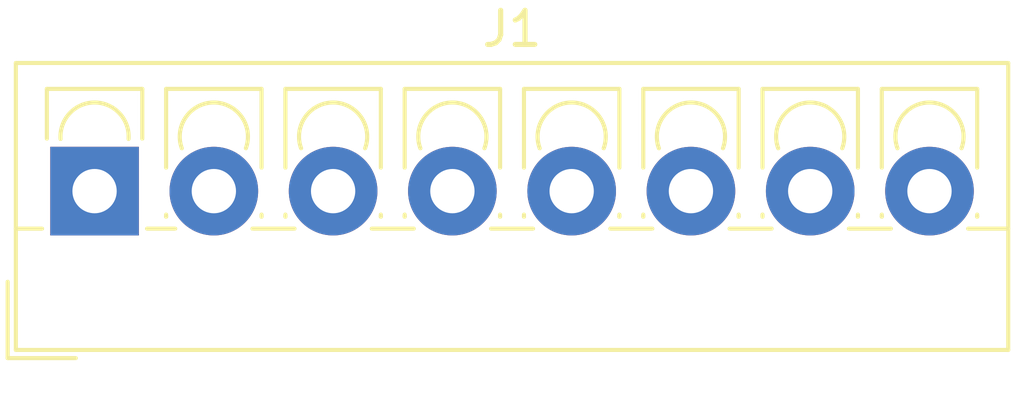
<source format=kicad_pcb>
(kicad_pcb (version 20240108) (generator "pcbnew") (generator_version "8.0")
  (layers (0 "F.Cu" signal) (31 "B.Cu" signal) (34 "B.Paste" user) (35 "F.Paste" user) (36 "B.SilkS" user "B.Silkscreen") (37 "F.SilkS" user "F.Silkscreen") (38 "B.Mask" user) (39 "F.Mask" user) (44 "Edge.Cuts" user))
  (net 0 "")
  (net 1 "Vdrive")
  (net 2 "VAC")
  (net 3 "GND")
  (net 4 "GNDPWR")
  (net 5 "MISO")
  (net 6 "CLK")
  (net 7 "+5V")
  (net 8 "MOSI")
  (footprint "TerminalBlock_4Ucon:TerminalBlock_4Ucon_1x08_P3.50mm_Vertical" (layer "F.Cu") (at 45 30)
    (property "Reference" "J1" (at 12.25 -4.76 0) (layer "F.SilkS"))
    (property "Value" "Conn_01x08_Socket")
    (fp_line (start -2.55 2.66) (end -2.55 4.9) (stroke (width 0.12)) (layer "F.SilkS"))
    (fp_line (start -2.55 4.9) (end -0.55 4.9) (stroke (width 0.12)) (layer "F.SilkS"))
    (fp_line (start -2.31 -3.76) (end -2.31 4.66) (stroke (width 0.12)) (layer "F.SilkS"))
    (fp_line (start -2.31 -3.76) (end 26.81 -3.76) (stroke (width 0.12)) (layer "F.SilkS"))
    (fp_line (start -2.31 1.101) (end -1.54 1.101) (stroke (width 0.12)) (layer "F.SilkS"))
    (fp_line (start -2.31 4.66) (end 26.81 4.66) (stroke (width 0.12)) (layer "F.SilkS"))
    (fp_line (start -1.4 -3) (end -1.4 -1.54) (stroke (width 0.12)) (layer "F.SilkS"))
    (fp_line (start -1.4 -3) (end 1.4 -3) (stroke (width 0.12)) (layer "F.SilkS"))
    (fp_line (start 1.4 -3) (end 1.4 -1.54) (stroke (width 0.12)) (layer "F.SilkS"))
    (fp_line (start 1.54 1.101) (end 2.367 1.101) (stroke (width 0.12)) (layer "F.SilkS"))
    (fp_line (start 2.1 -3) (end 2.1 -0.689) (stroke (width 0.12)) (layer "F.SilkS"))
    (fp_line (start 2.1 -3) (end 4.9 -3) (stroke (width 0.12)) (layer "F.SilkS"))
    (fp_line (start 2.1 0.689) (end 2.1 0.75) (stroke (width 0.12)) (layer "F.SilkS"))
    (fp_line (start 2.1 0.75) (end 2.101 0.75) (stroke (width 0.12)) (layer "F.SilkS"))
    (fp_line (start 4.634 1.101) (end 5.867 1.101) (stroke (width 0.12)) (layer "F.SilkS"))
    (fp_line (start 4.9 -3) (end 4.9 -0.689) (stroke (width 0.12)) (layer "F.SilkS"))
    (fp_line (start 4.9 0.689) (end 4.9 0.75) (stroke (width 0.12)) (layer "F.SilkS"))
    (fp_line (start 4.9 0.75) (end 4.9 0.75) (stroke (width 0.12)) (layer "F.SilkS"))
    (fp_line (start 5.6 -3) (end 5.6 -0.689) (stroke (width 0.12)) (layer "F.SilkS"))
    (fp_line (start 5.6 -3) (end 8.4 -3) (stroke (width 0.12)) (layer "F.SilkS"))
    (fp_line (start 5.6 0.689) (end 5.6 0.75) (stroke (width 0.12)) (layer "F.SilkS"))
    (fp_line (start 5.6 0.75) (end 5.601 0.75) (stroke (width 0.12)) (layer "F.SilkS"))
    (fp_line (start 8.134 1.101) (end 9.367 1.101) (stroke (width 0.12)) (layer "F.SilkS"))
    (fp_line (start 8.4 -3) (end 8.4 -0.689) (stroke (width 0.12)) (layer "F.SilkS"))
    (fp_line (start 8.4 0.689) (end 8.4 0.75) (stroke (width 0.12)) (layer "F.SilkS"))
    (fp_line (start 8.4 0.75) (end 8.4 0.75) (stroke (width 0.12)) (layer "F.SilkS"))
    (fp_line (start 9.1 -3) (end 9.1 -0.689) (stroke (width 0.12)) (layer "F.SilkS"))
    (fp_line (start 9.1 -3) (end 11.9 -3) (stroke (width 0.12)) (layer "F.SilkS"))
    (fp_line (start 9.1 0.689) (end 9.1 0.75) (stroke (width 0.12)) (layer "F.SilkS"))
    (fp_line (start 9.1 0.75) (end 9.101 0.75) (stroke (width 0.12)) (layer "F.SilkS"))
    (fp_line (start 11.634 1.101) (end 12.867 1.101) (stroke (width 0.12)) (layer "F.SilkS"))
    (fp_line (start 11.9 -3) (end 11.9 -0.689) (stroke (width 0.12)) (layer "F.SilkS"))
    (fp_line (start 11.9 0.689) (end 11.9 0.75) (stroke (width 0.12)) (layer "F.SilkS"))
    (fp_line (start 11.9 0.75) (end 11.9 0.75) (stroke (width 0.12)) (layer "F.SilkS"))
    (fp_line (start 12.6 -3) (end 12.6 -0.689) (stroke (width 0.12)) (layer "F.SilkS"))
    (fp_line (start 12.6 -3) (end 15.4 -3) (stroke (width 0.12)) (layer "F.SilkS"))
    (fp_line (start 12.6 0.689) (end 12.6 0.75) (stroke (width 0.12)) (layer "F.SilkS"))
    (fp_line (start 12.6 0.75) (end 12.601 0.75) (stroke (width 0.12)) (layer "F.SilkS"))
    (fp_line (start 15.134 1.101) (end 16.367 1.101) (stroke (width 0.12)) (layer "F.SilkS"))
    (fp_line (start 15.4 -3) (end 15.4 -0.689) (stroke (width 0.12)) (layer "F.SilkS"))
    (fp_line (start 15.4 0.689) (end 15.4 0.75) (stroke (width 0.12)) (layer "F.SilkS"))
    (fp_line (start 15.4 0.75) (end 15.4 0.75) (stroke (width 0.12)) (layer "F.SilkS"))
    (fp_line (start 16.101 -3) (end 16.101 -0.689) (stroke (width 0.12)) (layer "F.SilkS"))
    (fp_line (start 16.101 -3) (end 18.9 -3) (stroke (width 0.12)) (layer "F.SilkS"))
    (fp_line (start 16.101 0.689) (end 16.101 0.75) (stroke (width 0.12)) (layer "F.SilkS"))
    (fp_line (start 16.101 0.75) (end 16.101 0.75) (stroke (width 0.12)) (layer "F.SilkS"))
    (fp_line (start 18.634 1.101) (end 19.867 1.101) (stroke (width 0.12)) (layer "F.SilkS"))
    (fp_line (start 18.9 -3) (end 18.9 -0.689) (stroke (width 0.12)) (layer "F.SilkS"))
    (fp_line (start 18.9 0.689) (end 18.9 0.75) (stroke (width 0.12)) (layer "F.SilkS"))
    (fp_line (start 18.9 0.75) (end 18.9 0.75) (stroke (width 0.12)) (layer "F.SilkS"))
    (fp_line (start 19.6 -3) (end 19.6 -0.689) (stroke (width 0.12)) (layer "F.SilkS"))
    (fp_line (start 19.6 -3) (end 22.4 -3) (stroke (width 0.12)) (layer "F.SilkS"))
    (fp_line (start 19.6 0.689) (end 19.6 0.75) (stroke (width 0.12)) (layer "F.SilkS"))
    (fp_line (start 19.6 0.75) (end 19.601 0.75) (stroke (width 0.12)) (layer "F.SilkS"))
    (fp_line (start 22.134 1.101) (end 23.367 1.101) (stroke (width 0.12)) (layer "F.SilkS"))
    (fp_line (start 22.4 -3) (end 22.4 -0.689) (stroke (width 0.12)) (layer "F.SilkS"))
    (fp_line (start 22.4 0.689) (end 22.4 0.75) (stroke (width 0.12)) (layer "F.SilkS"))
    (fp_line (start 22.4 0.75) (end 22.4 0.75) (stroke (width 0.12)) (layer "F.SilkS"))
    (fp_line (start 23.1 -3) (end 23.1 -0.689) (stroke (width 0.12)) (layer "F.SilkS"))
    (fp_line (start 23.1 -3) (end 25.9 -3) (stroke (width 0.12)) (layer "F.SilkS"))
    (fp_line (start 23.1 0.689) (end 23.1 0.75) (stroke (width 0.12)) (layer "F.SilkS"))
    (fp_line (start 23.1 0.75) (end 23.101 0.75) (stroke (width 0.12)) (layer "F.SilkS"))
    (fp_line (start 25.634 1.101) (end 26.81 1.101) (stroke (width 0.12)) (layer "F.SilkS"))
    (fp_line (start 25.9 -3) (end 25.9 -0.689) (stroke (width 0.12)) (layer "F.SilkS"))
    (fp_line (start 25.9 0.689) (end 25.9 0.75) (stroke (width 0.12)) (layer "F.SilkS"))
    (fp_line (start 25.9 0.75) (end 25.9 0.75) (stroke (width 0.12)) (layer "F.SilkS"))
    (fp_line (start 26.81 -3.76) (end 26.81 4.66) (stroke (width 0.12)) (layer "F.SilkS"))
    (fp_arc (start -0.99789 -1.529434) (mid -0.000785 -2.600382) (end 0.998 -1.531) (stroke (width 0.12)) (layer "F.SilkS"))
    (fp_arc (start 2.560085 -1.257767) (mid 3.499876 -2.600282) (end 4.44 -1.258) (stroke (width 0.12)) (layer "F.SilkS"))
    (fp_arc (start 6.060085 -1.257767) (mid 6.999876 -2.600282) (end 7.94 -1.258) (stroke (width 0.12)) (layer "F.SilkS"))
    (fp_arc (start 9.560085 -1.257767) (mid 10.499876 -2.600282) (end 11.44 -1.258) (stroke (width 0.12)) (layer "F.SilkS"))
    (fp_arc (start 13.060085 -1.257767) (mid 13.999876 -2.600282) (end 14.94 -1.258) (stroke (width 0.12)) (layer "F.SilkS"))
    (fp_arc (start 16.560085 -1.257767) (mid 17.499876 -2.600282) (end 18.44 -1.258) (stroke (width 0.12)) (layer "F.SilkS"))
    (fp_arc (start 20.060085 -1.257767) (mid 20.999876 -2.600282) (end 21.94 -1.258) (stroke (width 0.12)) (layer "F.SilkS"))
    (fp_arc (start 23.560085 -1.257767) (mid 24.499876 -2.600282) (end 25.44 -1.258) (stroke (width 0.12)) (layer "F.SilkS"))
    (pad "1" thru_hole rect (at 0 0) (size 2.6 2.6) (drill 1.3) (layers "*.Cu" "*.Mask") (net 4 "GNDPWR"))
    (pad "2" thru_hole circle (at 3.5 0) (size 2.6 2.6) (drill 1.3) (layers "*.Cu" "*.Mask") (net 1 "Vdrive"))
    (pad "3" thru_hole circle (at 7 0) (size 2.6 2.6) (drill 1.3) (layers "*.Cu" "*.Mask") (net 2 "VAC"))
    (pad "4" thru_hole circle (at 10.5 0) (size 2.6 2.6) (drill 1.3) (layers "*.Cu" "*.Mask") (net 7 "+5V"))
    (pad "5" thru_hole circle (at 14 0) (size 2.6 2.6) (drill 1.3) (layers "*.Cu" "*.Mask") (net 3 "GND"))
    (pad "6" thru_hole circle (at 17.5 0) (size 2.6 2.6) (drill 1.3) (layers "*.Cu" "*.Mask") (net 8 "MOSI"))
    (pad "7" thru_hole circle (at 21 0) (size 2.6 2.6) (drill 1.3) (layers "*.Cu" "*.Mask") (net 5 "MISO"))
    (pad "8" thru_hole circle (at 24.5 0) (size 2.6 2.6) (drill 1.3) (layers "*.Cu" "*.Mask") (net 6 "CLK"))
  )
)
</source>
